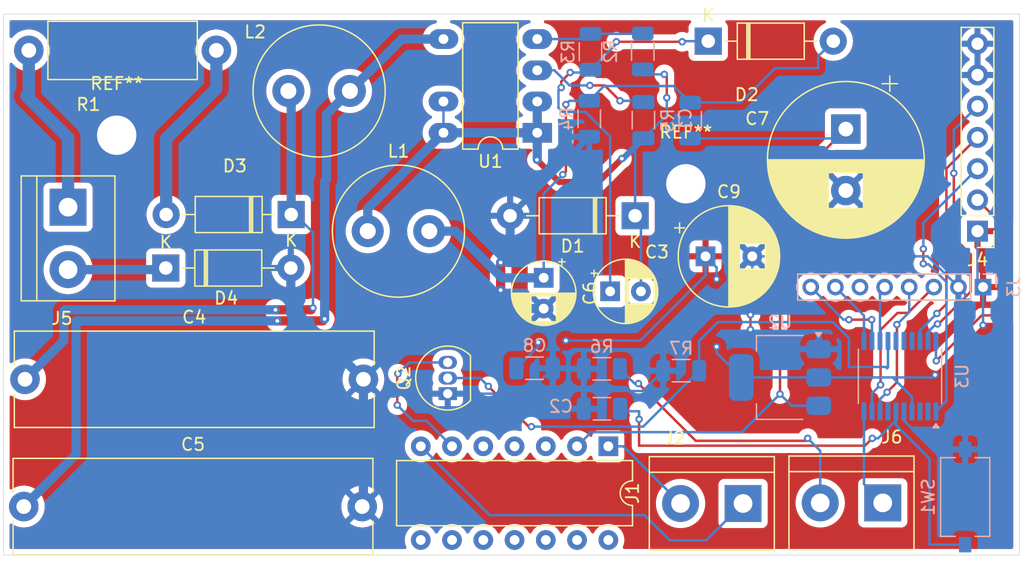
<source format=kicad_pcb>
(kicad_pcb (version 20221018) (generator pcbnew)
  (title_block (comment 4 "AISLER Project ID: CXRCDDNY"))
  (layers (0 "F.Cu" signal) (31 "B.Cu" signal) (34 "B.Paste" user) (35 "F.Paste" user) (36 "B.SilkS" user "B.Silkscreen") (37 "F.SilkS" user "F.Silkscreen") (38 "B.Mask" user) (39 "F.Mask" user) (44 "Edge.Cuts" user))
  (net 0 "")
  (net 1 "Net-(U1-BP)")
  (net 2 "Net-(D1-K)")
  (net 3 "Net-(U3-NRST)")
  (net 4 "GND")
  (net 5 "Net-(D2-K)")
  (net 6 "Net-(D3-K)")
  (net 7 "Net-(U1-D)")
  (net 8 "Net-(D2-A)")
  (net 9 "+5V")
  (net 10 "+3.3V")
  (net 11 "Net-(D3-A)")
  (net 12 "Net-(D4-K)")
  (net 13 "Net-(J1-Pin_1)")
  (net 19 "Net-(J1-Pin_6)")
  (net 22 "Net-(J1-Pin_7)")
  (net 26 "Net-(J3-Pin_3)")
  (net 27 "Net-(J3-Pin_4)")
  (net 28 "Net-(J3-Pin_5)")
  (net 30 "Net-(J3-Pin_7)")
  (net 31 "Net-(J3-Pin_8)")
  (net 32 "Net-(J4-Pin_2)")
  (net 33 "Net-(J4-Pin_3)")
  (net 34 "Net-(J4-Pin_4)")
  (net 35 "Net-(J4-Pin_5)")
  (net 36 "Net-(J5-Pin_1)")
  (net 37 "Net-(J6-Pin_1)")
  (net 38 "Net-(J6-Pin_2)")
  (net 39 "Net-(Q2-G)")
  (net 40 "Net-(U1-FB)")
  (footprint "MountingHole:MountingHole_3.2mm_M3" (layer "F.Cu") (at 30.45 35.05)
    (fp_text reference "REF**" (at 0 -4.2) (layer "F.SilkS"))
    (fp_text value "MountingHole_3.2mm_M3")
    (pad "" np_thru_hole circle (at 0 0) (size 3.2 3.2) (drill 3.2) (layers "*.Cu" "*.Mask"))
  )
  (footprint "Diode_THT:D_DO-41_SOD81_P10.16mm_Horizontal" (layer "F.Cu") (at 44.63 41.5 180)
    (fp_text reference "D3" (at 4.58 3.95) (layer "F.SilkS"))
    (fp_text value "1N4007")
    (fp_text user "K" (at 0 -2.1) (layer "F.SilkS"))
    (pad "1" thru_hole rect (at 0 0 180) (size 2.2 2.2) (drill 1.1) (layers "*.Cu" "*.Mask") (net 6 "Net-(D3-K)"))
    (pad "2" thru_hole oval (at 10.16 0 180) (size 2.2 2.2) (drill 1.1) (layers "*.Cu" "*.Mask") (net 11 "Net-(D3-A)"))
  )
  (footprint "TerminalBlock:TerminalBlock_bornier-2_P5.08mm" (layer "F.Cu") (at 81.35 65 180)
    (fp_text reference "J2" (at 5.55 5.3) (layer "F.SilkS"))
    (fp_text value "RELAY OUTPUT")
    (pad "1" thru_hole rect (at 0 0 180) (size 3 3) (drill 1.52) (layers "*.Cu" "*.Mask") (net 22 "Net-(J1-Pin_7)"))
    (pad "2" thru_hole circle (at 5.08 0 180) (size 3 3) (drill 1.52) (layers "*.Cu" "*.Mask") (net 13 "Net-(J1-Pin_1)"))
  )
  (footprint "Resistor_THT:R_Axial_DIN0414_L11.9mm_D4.5mm_P15.24mm_Horizontal" (layer "F.Cu") (at 23.31 28.15)
    (fp_text reference "R1" (at 4.84 4.4) (layer "F.SilkS"))
    (fp_text value "8.2R")
    (pad "1" thru_hole circle (at 0 0) (size 2.4 2.4) (drill 1.2) (layers "*.Cu" "*.Mask") (net 36 "Net-(J5-Pin_1)"))
    (pad "2" thru_hole oval (at 15.24 0) (size 2.4 2.4) (drill 1.2) (layers "*.Cu" "*.Mask") (net 11 "Net-(D3-A)"))
  )
  (footprint "TerminalBlock:TerminalBlock_bornier-2_P5.08mm" (layer "F.Cu") (at 26.5 40.9 -90)
    (fp_text reference "J5" (at 9.05 0.5 -180) (layer "F.SilkS"))
    (fp_text value "230AC")
    (pad "1" thru_hole rect (at 0 0 270) (size 3 3) (drill 1.52) (layers "*.Cu" "*.Mask") (net 36 "Net-(J5-Pin_1)"))
    (pad "2" thru_hole circle (at 5.08 0 270) (size 3 3) (drill 1.52) (layers "*.Cu" "*.Mask") (net 12 "Net-(D4-K)"))
  )
  (footprint "Capacitor_THT:C_Rect_L29.0mm_W7.6mm_P27.50mm_MKT" (layer "F.Cu") (at 23 54.9)
    (fp_text reference "C4" (at 13.75 -5.05) (layer "F.SilkS"))
    (fp_text value "4.7u")
    (pad "1" thru_hole circle (at 0 0) (size 2.4 2.4) (drill 1.2) (layers "*.Cu" "*.Mask") (net 6 "Net-(D3-K)"))
    (pad "2" thru_hole circle (at 27.5 0) (size 2.4 2.4) (drill 1.2) (layers "*.Cu" "*.Mask") (net 4 "GND"))
  )
  (footprint "Package_DIP:CERDIP-14_W7.62mm_SideBrazed" (layer "F.Cu") (at 70.4 60.35 -90)
    (fp_text reference "J1" (at 3.81 -1.965 90) (layer "F.SilkS"))
    (fp_text value "RELAY")
    (pad "1" thru_hole rect (at 0 0 270) (size 1.6 1.6) (drill 0.8) (layers "*.Cu" "*.Mask") (net 13 "Net-(J1-Pin_1)"))
    (pad "2" thru_hole circle (at 0 2.54 270) (size 1.6 1.6) (drill 0.8) (layers "*.Cu" "*.Mask") (net 9 "+5V"))
    (pad "3" thru_hole circle (at 0 5.08 270) (size 1.6 1.6) (drill 0.8) (layers "*.Cu" "*.Mask"))
    (pad "4" thru_hole circle (at 0 7.62 270) (size 1.6 1.6) (drill 0.8) (layers "*.Cu" "*.Mask"))
    (pad "5" thru_hole circle (at 0 10.16 270) (size 1.6 1.6) (drill 0.8) (layers "*.Cu" "*.Mask"))
    (pad "6" thru_hole circle (at 0 12.7 270) (size 1.6 1.6) (drill 0.8) (layers "*.Cu" "*.Mask") (net 19 "Net-(J1-Pin_6)"))
    (pad "7" thru_hole circle (at 0 15.24 270) (size 1.6 1.6) (drill 0.8) (layers "*.Cu" "*.Mask") (net 22 "Net-(J1-Pin_7)"))
    (pad "8" thru_hole circle (at 7.62 15.24 270) (size 1.6 1.6) (drill 0.8) (layers "*.Cu" "*.Mask"))
    (pad "9" thru_hole circle (at 7.62 12.7 270) (size 1.6 1.6) (drill 0.8) (layers "*.Cu" "*.Mask"))
    (pad "10" thru_hole circle (at 7.62 10.16 270) (size 1.6 1.6) (drill 0.8) (layers "*.Cu" "*.Mask"))
    (pad "11" thru_hole circle (at 7.62 7.62 270) (size 1.6 1.6) (drill 0.8) (layers "*.Cu" "*.Mask"))
    (pad "12" thru_hole circle (at 7.62 5.08 270) (size 1.6 1.6) (drill 0.8) (layers "*.Cu" "*.Mask"))
    (pad "13" thru_hole circle (at 7.62 2.54 270) (size 1.6 1.6) (drill 0.8) (layers "*.Cu" "*.Mask"))
    (pad "14" thru_hole circle (at 7.62 0 270) (size 1.6 1.6) (drill 0.8) (layers "*.Cu" "*.Mask"))
  )
  (footprint "Diode_THT:D_DO-41_SOD81_P10.16mm_Horizontal" (layer "F.Cu") (at 34.44 45.85)
    (fp_text reference "D4" (at 4.91 2.45) (layer "F.SilkS"))
    (fp_text value "1N4007")
    (fp_text user "K" (at 0 -2.1) (layer "F.SilkS"))
    (pad "1" thru_hole rect (at 0 0) (size 2.2 2.2) (drill 1.1) (layers "*.Cu" "*.Mask") (net 12 "Net-(D4-K)"))
    (pad "2" thru_hole oval (at 10.16 0) (size 2.2 2.2) (drill 1.1) (layers "*.Cu" "*.Mask") (net 4 "GND"))
  )
  (footprint "Capacitor_THT:CP_Radial_D12.5mm_P5.00mm" (layer "F.Cu") (at 89.7 34.55 -90)
    (fp_text reference "C7" (at -0.85 7.2 -180) (layer "F.SilkS"))
    (fp_text value "2200u 16V")
    (pad "1" thru_hole rect (at 0 0 270) (size 2.4 2.4) (drill 1.2) (layers "*.Cu" "*.Mask") (net 9 "+5V"))
    (pad "2" thru_hole circle (at 5 0 270) (size 2.4 2.4) (drill 1.2) (layers "*.Cu" "*.Mask") (net 4 "GND"))
  )
  (footprint "Capacitor_THT:CP_Radial_D8.0mm_P3.80mm" (layer "F.Cu") (at 78.3 44.9)
    (fp_text reference "C9" (at 1.9 -5.25) (layer "F.SilkS"))
    (fp_text value "470u 16V")
    (pad "1" thru_hole rect (at 0 0) (size 1.6 1.6) (drill 0.8) (layers "*.Cu" "*.Mask") (net 10 "+3.3V"))
    (pad "2" thru_hole circle (at 3.8 0) (size 1.6 1.6) (drill 0.8) (layers "*.Cu" "*.Mask") (net 4 "GND"))
  )
  (footprint "Diode_THT:D_DO-41_SOD81_P10.16mm_Horizontal" (layer "F.Cu") (at 72.58 41.6 180)
    (fp_text reference "D1" (at 5.08 -2.47) (layer "F.SilkS"))
    (fp_text value "UF4005")
    (fp_text user "K" (at 0 -2.1) (layer "F.SilkS"))
    (pad "1" thru_hole rect (at 0 0 180) (size 2.2 2.2) (drill 1.1) (layers "*.Cu" "*.Mask") (net 2 "Net-(D1-K)"))
    (pad "2" thru_hole oval (at 10.16 0 180) (size 2.2 2.2) (drill 1.1) (layers "*.Cu" "*.Mask") (net 4 "GND"))
  )
  (footprint "Inductor_THT:L_Radial_D10.5mm_P5.00mm_Abacron_AISR-01" (layer "F.Cu") (at 44.4 31.45)
    (fp_text reference "L2" (at -2.7 -4.8) (layer "F.SilkS"))
    (fp_text value "1mH")
    (pad "1" thru_hole circle (at 0 0) (size 2.6 2.6) (drill 1.3) (layers "*.Cu" "*.Mask") (net 6 "Net-(D3-K)"))
    (pad "2" thru_hole circle (at 5 0) (size 2.6 2.6) (drill 1.3) (layers "*.Cu" "*.Mask") (net 7 "Net-(U1-D)"))
  )
  (footprint "Package_TO_SOT_THT:TO-92_Inline" (layer "F.Cu") (at 57.35 56.07 90)
    (fp_text reference "Q2" (at 1.27 -3.56 90) (layer "F.SilkS"))
    (fp_text value "2N7000" hide)
    (pad "1" thru_hole rect (at 0 0 90) (size 1.05 1.5) (drill 0.75) (layers "*.Cu" "*.Mask") (net 4 "GND"))
    (pad "2" thru_hole oval (at 1.27 0 90) (size 1.05 1.5) (drill 0.75) (layers "*.Cu" "*.Mask") (net 39 "Net-(Q2-G)"))
    (pad "3" thru_hole oval (at 2.54 0 90) (size 1.05 1.5) (drill 0.75) (layers "*.Cu" "*.Mask") (net 19 "Net-(J1-Pin_6)"))
  )
  (footprint "Connector_PinHeader_2.54mm:PinHeader_1x07_P2.54mm_Vertical" (layer "F.Cu") (at 100.4 42.85 180)
    (fp_text reference "J4" (at 0 -2.33) (layer "F.SilkS"))
    (fp_text value "DEBUG INTERFACE")
    (pad "1" thru_hole rect (at 0 0 180) (size 1.7 1.7) (drill 1) (layers "*.Cu" "*.Mask") (net 10 "+3.3V"))
    (pad "2" thru_hole oval (at 0 2.54 180) (size 1.7 1.7) (drill 1) (layers "*.Cu" "*.Mask") (net 32 "Net-(J4-Pin_2)"))
    (pad "3" thru_hole oval (at 0 5.08 180) (size 1.7 1.7) (drill 1) (layers "*.Cu" "*.Mask") (net 33 "Net-(J4-Pin_3)"))
    (pad "4" thru_hole oval (at 0 7.62 180) (size 1.7 1.7) (drill 1) (layers "*.Cu" "*.Mask") (net 34 "Net-(J4-Pin_4)"))
    (pad "5" thru_hole oval (at 0 10.16 180) (size 1.7 1.7) (drill 1) (layers "*.Cu" "*.Mask") (net 35 "Net-(J4-Pin_5)"))
    (pad "6" thru_hole oval (at 0 12.7 180) (size 1.7 1.7) (drill 1) (layers "*.Cu" "*.Mask") (net 4 "GND"))
    (pad "7" thru_hole oval (at 0 15.24 180) (size 1.7 1.7) (drill 1) (layers "*.Cu" "*.Mask") (net 4 "GND"))
  )
  (footprint "TerminalBlock:TerminalBlock_bornier-2_P5.08mm" (layer "F.Cu") (at 92.7 64.95 180)
    (fp_text reference "J6" (at -0.75 5.35) (layer "F.SilkS"))
    (fp_text value "LED")
    (pad "1" thru_hole rect (at 0 0 180) (size 3 3) (drill 1.52) (layers "*.Cu" "*.Mask") (net 37 "Net-(J6-Pin_1)"))
    (pad "2" thru_hole circle (at 5.08 0 180) (size 3 3) (drill 1.52) (layers "*.Cu" "*.Mask") (net 38 "Net-(J6-Pin_2)"))
  )
  (footprint "Capacitor_THT:CP_Radial_D5.0mm_P2.50mm" (layer "F.Cu") (at 70.55 47.75)
    (fp_text reference "C3" (at 3.8 -3.2) (layer "F.SilkS"))
    (fp_text value "10u")
    (pad "1" thru_hole rect (at 0 0) (size 1.6 1.6) (drill 0.8) (layers "*.Cu" "*.Mask") (net 5 "Net-(D2-K)"))
    (pad "2" thru_hole circle (at 2.5 0) (size 1.6 1.6) (drill 0.8) (layers "*.Cu" "*.Mask") (net 2 "Net-(D1-K)"))
  )
  (footprint "Capacitor_THT:C_Rect_L29.0mm_W7.6mm_P27.50mm_MKT" (layer "F.Cu") (at 22.9 65.25)
    (fp_text reference "C5" (at 13.75 -5.05) (layer "F.SilkS"))
    (fp_text value "4.7u")
    (pad "1" thru_hole circle (at 0 0) (size 2.4 2.4) (drill 1.2) (layers "*.Cu" "*.Mask") (net 7 "Net-(U1-D)"))
    (pad "2" thru_hole circle (at 27.5 0) (size 2.4 2.4) (drill 1.2) (layers "*.Cu" "*.Mask") (net 4 "GND"))
  )
  (footprint "MountingHole:MountingHole_3.2mm_M3" (layer "F.Cu") (at 76.7 39)
    (fp_text reference "REF**" (at 0 -4.2) (layer "F.SilkS"))
    (fp_text value "MountingHole_3.2mm_M3")
    (pad "" np_thru_hole circle (at 0 0) (size 3.2 3.2) (drill 3.2) (layers "*.Cu" "*.Mask"))
  )
  (footprint "Inductor_THT:L_Radial_D10.5mm_P5.00mm_Abacron_AISR-01" (layer "F.Cu") (at 50.85 42.85)
    (fp_text reference "L1" (at 2.5 -6.5) (layer "F.SilkS"))
    (fp_text value "1mH 208mA")
    (pad "1" thru_hole circle (at 0 0) (size 2.6 2.6) (drill 1.3) (layers "*.Cu" "*.Mask") (net 2 "Net-(D1-K)"))
    (pad "2" thru_hole circle (at 5 0) (size 2.6 2.6) (drill 1.3) (layers "*.Cu" "*.Mask") (net 8 "Net-(D2-A)"))
  )
  (footprint "Capacitor_THT:CP_Radial_D5.0mm_P2.50mm" (layer "F.Cu") (at 65.15 46.65 -90)
    (fp_text reference "C6" (at 1.25 -3.75 90) (layer "F.SilkS"))
    (fp_text value "100u 16V")
    (pad "1" thru_hole rect (at 0 0 270) (size 1.6 1.6) (drill 0.8) (layers "*.Cu" "*.Mask") (net 8 "Net-(D2-A)"))
    (pad "2" thru_hole circle (at 2.5 0 270) (size 1.6 1.6) (drill 0.8) (layers "*.Cu" "*.Mask") (net 4 "GND"))
  )
  (footprint "Package_DIP:PowerIntegrations_PDIP-8B" (layer "F.Cu") (at 64.625 34.85 180)
    (fp_text reference "U1" (at 3.81 -2.33) (layer "F.SilkS"))
    (fp_text value "LNK304P")
    (pad "1" thru_hole rect (at 0 0 180) (size 2.4 1.6) (drill 0.8) (layers "*.Cu" "*.Mask") (net 2 "Net-(D1-K)"))
    (pad "2" thru_hole oval (at 0 2.54 180) (size 2.4 1.6) (drill 0.8) (layers "*.Cu" "*.Mask") (net 2 "Net-(D1-K)"))
    (pad "3" thru_hole oval (at 0 5.08 180) (size 2.4 1.6) (drill 0.8) (layers "*.Cu" "*.Mask") (net 1 "Net-(U1-BP)"))
    (pad "4" thru_hole oval (at 0 7.62 180) (size 2.4 1.6) (drill 0.8) (layers "*.Cu" "*.Mask") (net 40 "Net-(U1-FB)"))
    (pad "5" thru_hole oval (at 7.62 7.62 180) (size 2.4 1.6) (drill 0.8) (layers "*.Cu" "*.Mask") (net 7 "Net-(U1-D)"))
    (pad "7" thru_hole oval (at 7.62 2.54 180) (size 2.4 1.6) (drill 0.8) (layers "*.Cu" "*.Mask") (net 2 "Net-(D1-K)"))
    (pad "8" thru_hole oval (at 7.62 0 180) (size 2.4 1.6) (drill 0.8) (layers "*.Cu" "*.Mask") (net 2 "Net-(D1-K)"))
  )
  (footprint "Diode_THT:D_DO-41_SOD81_P10.16mm_Horizontal" (layer "F.Cu") (at 78.52 27.4)
    (fp_text reference "D2" (at 3.13 4.35) (layer "F.SilkS"))
    (fp_text value "1N4005GP")
    (fp_text user "K" (at 0 -2.1) (layer "F.SilkS"))
    (pad "1" thru_hole rect (at 0 0) (size 2.2 2.2) (drill 1.1) (layers "*.Cu" "*.Mask") (net 5 "Net-(D2-K)"))
    (pad "2" thru_hole oval (at 10.16 0) (size 2.2 2.2) (drill 1.1) (layers "*.Cu" "*.Mask") (net 8 "Net-(D2-A)"))
  )
  (footprint "Resistor_SMD:R_1206_3216Metric" (layer "B.Cu") (at 69.87 54.05 180)
    (fp_text reference "R6" (at 0 1.82) (layer "B.SilkS") (effects (justify mirror)))
    (fp_text value "10R")
    (pad "1" smd roundrect (at -1.4625 0 180) (size 1.125 1.75) (layers "B.Cu" "B.Paste" "B.Mask") (roundrect_rratio 0.2222222222) (net 38 "Net-(J6-Pin_2)"))
    (pad "2" smd roundrect (at 1.4625 0 180) (size 1.125 1.75) (layers "B.Cu" "B.Paste" "B.Mask") (roundrect_rratio 0.2222222222) (net 4 "GND"))
  )
  (footprint "Package_TO_SOT_SMD:SOT-223-3_TabPin2" (layer "B.Cu") (at 84.35 54.75 180)
    (fp_text reference "U2" (at 0 4.5) (layer "B.SilkS") (effects (justify mirror)))
    (fp_text value "AMS1117-3.3")
    (pad "1" smd roundrect (at -3.15 2.3 180) (size 2 1.5) (layers "B.Cu" "B.Paste" "B.Mask") (net 4 "GND"))
    (pad "2" smd roundrect (at -3.15 0 180) (size 2 1.5) (layers "B.Cu" "B.Paste" "B.Mask") (net 10 "+3.3V"))
    (pad "2" smd roundrect (at 3.15 0 180) (size 2 3.8) (layers "B.Cu" "B.Paste" "B.Mask") (net 10 "+3.3V"))
    (pad "3" smd roundrect (at -3.15 -2.3 180) (size 2 1.5) (layers "B.Cu" "B.Paste" "B.Mask") (net 9 "+5V"))
  )
  (footprint "Capacitor_SMD:C_1206_3216Metric" (layer "B.Cu") (at 73.25 33.825 -90)
    (fp_text reference "C1" (at -0.025 -3.4 90) (layer "B.SilkS") (effects (justify mirror)))
    (fp_text value "100n")
    (pad "1" smd roundrect (at -1.475 0 270) (size 1.15 1.8) (layers "B.Cu" "B.Paste" "B.Mask") (roundrect_rratio 0.2173913043) (net 1 "Net-(U1-BP)"))
    (pad "2" smd roundrect (at 1.475 0 270) (size 1.15 1.8) (layers "B.Cu" "B.Paste" "B.Mask") (roundrect_rratio 0.2173913043) (net 2 "Net-(D1-K)"))
  )
  (footprint "Resistor_SMD:R_1206_3216Metric" (layer "B.Cu") (at 73.2 28.2375 -90)
    (fp_text reference "R2" (at 0 2.62 90) (layer "B.SilkS") (effects (justify mirror)))
    (fp_text value "R")
    (pad "1" smd roundrect (at -1.4625 0 270) (size 1.125 1.75) (layers "B.Cu" "B.Paste" "B.Mask") (roundrect_rratio 0.2222222222) (net 40 "Net-(U1-FB)"))
    (pad "2" smd roundrect (at 1.4625 0 270) (size 1.125 1.75) (layers "B.Cu" "B.Paste" "B.Mask") (roundrect_rratio 0.2222222222) (net 2 "Net-(D1-K)"))
  )
  (footprint "Package_SO:TSSOP-20_4.4x6.5mm_P0.65mm" (layer "B.Cu") (at 94.1 54.65 90)
    (fp_text reference "U3" (at 0 5.05 90) (layer "B.SilkS") (effects (justify mirror)))
    (fp_text value "STM32G030F6Px")
    (pad "1" smd roundrect (at -2.8625 2.925 90) (size 1.475 0.4) (layers "B.Cu" "B.Paste" "B.Mask") (net 33 "Net-(J4-Pin_3)"))
    (pad "2" smd roundrect (at -2.8625 2.275 90) (size 1.475 0.4) (layers "B.Cu" "B.Paste" "B.Mask"))
    (pad "3" smd roundrect (at -2.8625 1.625 90) (size 1.475 0.4) (layers "B.Cu" "B.Paste" "B.Mask"))
    (pad "4" smd roundrect (at -2.8625 0.975 90) (size 1.475 0.4) (layers "B.Cu" "B.Paste" "B.Mask") (net 10 "+3.3V"))
    (pad "5" smd roundrect (at -2.8625 0.325 90) (size 1.475 0.4) (layers "B.Cu" "B.Paste" "B.Mask") (net 4 "GND"))
    (pad "6" smd roundrect (at -2.8625 -0.325 90) (size 1.475 0.4) (layers "B.Cu" "B.Paste" "B.Mask") (net 3 "Net-(U3-NRST)"))
    (pad "7" smd roundrect (at -2.8625 -0.975 90) (size 1.475 0.4) (layers "B.Cu" "B.Paste" "B.Mask"))
    (pad "8" smd roundrect (at -2.8625 -1.625 90) (size 1.475 0.4) (layers "B.Cu" "B.Paste" "B.Mask") (net 27 "Net-(J3-Pin_4)"))
    (pad "9" smd roundrect (at -2.8625 -2.275 90) (size 1.475 0.4) (layers "B.Cu" "B.Paste" "B.Mask") (net 26 "Net-(J3-Pin_3)"))
    (pad "10" smd roundrect (at -2.8625 -2.925 90) (size 1.475 0.4) (layers "B.Cu" "B.Paste" "B.Mask") (net 37 "Net-(J6-Pin_1)"))
    (pad "11" smd roundrect (at 2.8625 -2.925 90) (size 1.475 0.4) (layers "B.Cu" "B.Paste" "B.Mask") (net 30 "Net-(J3-Pin_7)"))
    (pad "12" smd roundrect (at 2.8625 -2.275 90) (size 1.475 0.4) (layers "B.Cu" "B.Paste" "B.Mask") (net 31 "Net-(J3-Pin_8)"))
    (pad "13" smd roundrect (at 2.8625 -1.625 90) (size 1.475 0.4) (layers "B.Cu" "B.Paste" "B.Mask") (net 28 "Net-(J3-Pin_5)"))
    (pad "14" smd roundrect (at 2.8625 -0.975 90) (size 1.475 0.4) (layers "B.Cu" "B.Paste" "B.Mask") (net 39 "Net-(Q2-G)"))
    (pad "15" smd roundrect (at 2.8625 -0.325 90) (size 1.475 0.4) (layers "B.Cu" "B.Paste" "B.Mask"))
    (pad "16" smd roundrect (at 2.8625 0.325 90) (size 1.475 0.4) (layers "B.Cu" "B.Paste" "B.Mask"))
    (pad "17" smd roundrect (at 2.8625 0.975 90) (size 1.475 0.4) (layers "B.Cu" "B.Paste" "B.Mask"))
    (pad "18" smd roundrect (at 2.8625 1.625 90) (size 1.475 0.4) (layers "B.Cu" "B.Paste" "B.Mask") (net 34 "Net-(J4-Pin_4)"))
    (pad "19" smd roundrect (at 2.8625 2.275 90) (size 1.475 0.4) (layers "B.Cu" "B.Paste" "B.Mask") (net 35 "Net-(J4-Pin_5)"))
    (pad "20" smd roundrect (at 2.8625 2.925 90) (size 1.475 0.4) (layers "B.Cu" "B.Paste" "B.Mask") (net 32 "Net-(J4-Pin_2)"))
  )
  (footprint "Button_Switch_SMD:SW_Tactile_SPST_NO_Straight_CK_PTS636Sx25SMTRLFS" (layer "B.Cu") (at 99.4 64.475 -90)
    (fp_text reference "SW1" (at 0 3 90 unlocked) (layer "B.SilkS") (effects (justify mirror)))
    (fp_text value "SW_Push")
    (pad "1" smd rect (at -3.875 0 270) (size 1.25 1) (layers "B.Cu" "B.Paste" "B.Mask") (net 4 "GND"))
    (pad "2" smd rect (at 3.875 0 270) (size 1.25 1) (layers "B.Cu" "B.Paste" "B.Mask") (net 3 "Net-(U3-NRST)"))
  )
  (footprint "Capacitor_SMD:C_1206_3216Metric" (layer "B.Cu") (at 69.8825 57.3 180)
    (fp_text reference "C2" (at 3.3325 0.2) (layer "B.SilkS") (effects (justify mirror)))
    (fp_text value "100n")
    (pad "1" smd roundrect (at -1.475 0 180) (size 1.15 1.8) (layers "B.Cu" "B.Paste" "B.Mask") (roundrect_rratio 0.2173913043) (net 3 "Net-(U3-NRST)"))
    (pad "2" smd roundrect (at 1.475 0 180) (size 1.15 1.8) (layers "B.Cu" "B.Paste" "B.Mask") (roundrect_rratio 0.2173913043) (net 4 "GND"))
  )
  (footprint "Resistor_SMD:R_1206_3216Metric" (layer "B.Cu") (at 77.05 33.85 -90)
    (fp_text reference "R5" (at 0 1.82 90) (layer "B.SilkS") (effects (justify mirror)))
    (fp_text value "10R")
    (pad "1" smd roundrect (at -1.4625 0 270) (size 1.125 1.75) (layers "B.Cu" "B.Paste" "B.Mask") (roundrect_rratio 0.2222222222) (net 8 "Net-(D2-A)"))
    (pad "2" smd roundrect (at 1.4625 0 270) (size 1.125 1.75) (layers "B.Cu" "B.Paste" "B.Mask") (roundrect_rratio 0.2222222222) (net 9 "+5V"))
  )
  (footprint "Resistor_SMD:R_1206_3216Metric" (layer "B.Cu") (at 76.32 54.2 180)
    (fp_text reference "R7" (at 0 1.82) (layer "B.SilkS") (effects (justify mirror)))
    (fp_text value "100K")
    (pad "1" smd roundrect (at -1.4625 0 180) (size 1.125 1.75) (layers "B.Cu" "B.Paste" "B.Mask") (roundrect_rratio 0.2222222222) (net 39 "Net-(Q2-G)"))
    (pad "2" smd roundrect (at 1.4625 0 180) (size 1.125 1.75) (layers "B.Cu" "B.Paste" "B.Mask") (roundrect_rratio 0.2222222222) (net 4 "GND"))
  )
  (footprint "Resistor_SMD:R_1206_3216Metric" (layer "B.Cu") (at 68.85 33.7125 -90)
    (fp_text reference "R4" (at 0 1.82 90) (layer "B.SilkS") (effects (justify mirror)))
    (fp_text value "3K3")
    (pad "1" smd roundrect (at -1.4625 0 270) (size 1.125 1.75) (layers "B.Cu" "B.Paste" "B.Mask") (roundrect_rratio 0.2222222222) (net 8 "Net-(D2-A)"))
    (pad "2" smd roundrect (at 1.4625 0 270) (size 1.125 1.75) (layers "B.Cu" "B.Paste" "B.Mask") (roundrect_rratio 0.2222222222) (net 4 "GND"))
  )
  (footprint "Capacitor_SMD:C_1206_3216Metric" (layer "B.Cu") (at 64.4075 54 180)
    (fp_text reference "C8" (at 0 1.85) (layer "B.SilkS") (effects (justify mirror)))
    (fp_text value "100n")
    (pad "1" smd roundrect (at -1.475 0 180) (size 1.15 1.8) (layers "B.Cu" "B.Paste" "B.Mask") (roundrect_rratio 0.2173913043) (net 4 "GND"))
    (pad "2" smd roundrect (at 1.475 0 180) (size 1.15 1.8) (layers "B.Cu" "B.Paste" "B.Mask") (roundrect_rratio 0.2173913043) (net 10 "+3.3V"))
  )
  (footprint "Resistor_SMD:R_1206_3216Metric" (layer "B.Cu") (at 68.95 28.2625 -90)
    (fp_text reference "R3" (at 0 1.82 90) (layer "B.SilkS") (effects (justify mirror)))
    (fp_text value "R")
    (pad "1" smd roundrect (at -1.4625 0 270) (size 1.125 1.75) (layers "B.Cu" "B.Paste" "B.Mask") (roundrect_rratio 0.2222222222) (net 40 "Net-(U1-FB)"))
    (pad "2" smd roundrect (at 1.4625 0 270) (size 1.125 1.75) (layers "B.Cu" "B.Paste" "B.Mask") (roundrect_rratio 0.2222222222) (net 5 "Net-(D2-K)"))
  )
  (footprint "Connector_PinSocket_2.00mm:PinSocket_1x08_P2.00mm_Vertical" (layer "B.Cu") (at 100.85 47.4 90)
    (fp_text reference "J3" (at 0 2.5 90) (layer "B.SilkS") (effects (justify mirror)))
    (fp_text value "CC1101")
    (pad "1" thru_hole rect (at 0 0 90) (size 1.35 1.35) (drill 0.8) (layers "*.Cu" "*.Mask") (net 10 "+3.3V"))
    (pad "2" thru_hole oval (at 0 -2 90) (size 1.35 1.35) (drill 0.8) (layers "*.Cu" "*.Mask") (net 4 "GND"))
    (pad "3" thru_hole oval (at 0 -4 90) (size 1.35 1.35) (drill 0.8) (layers "*.Cu" "*.Mask") (net 26 "Net-(J3-Pin_3)"))
    (pad "4" thru_hole oval (at 0 -6 90) (size 1.35 1.35) (drill 0.8) (layers "*.Cu" "*.Mask") (net 27 "Net-(J3-Pin_4)"))
    (pad "5" thru_hole oval (at 0 -8 90) (size 1.35 1.35) (drill 0.8) (layers "*.Cu" "*.Mask") (net 28 "Net-(J3-Pin_5)"))
    (pad "6" thru_hole oval (at 0 -10 90) (size 1.35 1.35) (drill 0.8) (layers "*.Cu" "*.Mask"))
    (pad "7" thru_hole oval (at 0 -12 90) (size 1.35 1.35) (drill 0.8) (layers "*.Cu" "*.Mask") (net 30 "Net-(J3-Pin_7)"))
    (pad "8" thru_hole oval (at 0 -14 90) (size 1.35 1.35) (drill 0.8) (layers "*.Cu" "*.Mask") (net 31 "Net-(J3-Pin_8)"))
  )
  (gr_rect (start 21.25 25.2) (end 103.8 69.2) (stroke (width 0.05)) (fill none) (layer "Edge.Cuts"))
  (segment (start 68.9 31) (end 70.1 31) (width 0.2) (layer "F.Cu") (net 1))
  (segment (start 70.1 31) (end 71.35 32.25) (width 0.2) (layer "F.Cu") (net 1))
  (via (at 71.35 32.25) (size 0.6) (drill 0.3) (layers "F.Cu" "B.Cu") (net 1))
  (via (at 68.9 31) (size 0.6) (drill 0.3) (layers "F.Cu" "B.Cu") (net 1))
  (segment (start 64.625 29.77) (end 66.02 29.77) (width 0.2) (layer "B.Cu") (net 1))
  (segment (start 66.02 29.77) (end 67.25 31) (width 0.2) (layer "B.Cu") (net 1))
  (segment (start 73.15 32.25) (end 73.25 32.35) (width 0.2) (layer "B.Cu") (net 1))
  (segment (start 71.35 32.25) (end 73.15 32.25) (width 0.2) (layer "B.Cu") (net 1))
  (segment (start 67.25 31) (end 68.9 31) (width 0.2) (layer "B.Cu") (net 1))
  (segment (start 75.15 32) (end 75.15 30.3) (width 0.2) (layer "F.Cu") (net 2))
  (segment (start 69.6 38.85) (end 71.5 36.95) (width 0.5) (layer "F.Cu") (net 2))
  (segment (start 64.6 37.05) (end 66.4 38.85) (width 0.5) (layer "F.Cu") (net 2))
  (segment (start 75.15 30.3) (end 74.95 30.1) (width 0.2) (layer "F.Cu") (net 2))
  (segment (start 66.4 38.85) (end 69.6 38.85) (width 0.5) (layer "F.Cu") (net 2))
  (via (at 74.95 30.1) (size 0.6) (drill 0.3) (layers "F.Cu" "B.Cu") (net 2))
  (via (at 64.6 37.05) (size 0.6) (drill 0.3) (layers "F.Cu" "B.Cu") (net 2))
  (via (at 75.15 32) (size 0.6) (drill 0.3) (layers "F.Cu" "B.Cu") (net 2))
  (via (at 71.5 36.95) (size 0.6) (drill 0.3) (layers "F.Cu" "B.Cu") (net 2))
  (segment (start 71.6 36.95) (end 73.25 35.3) (width 0.5) (layer "B.Cu") (net 2))
  (segment (start 64.625 34.85) (end 64.625 37.025) (width 0.75) (layer "B.Cu") (net 2))
  (segment (start 50.85 42.85) (end 50.85 41.005) (width 0.75) (layer "B.Cu") (net 2))
  (segment (start 71.5 36.95) (end 71.6 36.95) (width 0.2) (layer "B.Cu") (net 2))
  (segment (start 73.05 42.07) (end 72.58 41.6) (width 0.2) (layer "B.Cu") (net 2))
  (segment (start 72.58 35.97) (end 73.25 35.3) (width 0.2) (layer "B.Cu") (net 2))
  (segment (start 74.95 30.1) (end 73.6 30.1) (width 0.2) (layer "B.Cu") (net 2))
  (segment (start 64.625 37.025) (end 64.6 37.05) (width 0.2) (layer "B.Cu") (net 2))
  (segment (start 73.25 35.3) (end 75.15 33.4) (width 0.2) (layer "B.Cu") (net 2))
  (segment (start 57.005 34.85) (end 64.625 34.85) (width 0.75) (layer "B.Cu") (net 2))
  (segment (start 72.58 41.6) (end 72.58 35.97) (width 0.2) (layer "B.Cu") (net 2))
  (segment (start 73.05 47.75) (end 73.05 42.07) (width 0.2) (layer "B.Cu") (net 2))
  (segment (start 73.6 30.1) (end 73.2 29.7) (width 0.2) (layer "B.Cu") (net 2))
  (segment (start 57.005 32.31) (end 57.005 34.85) (width 0.2) (layer "B.Cu") (net 2))
  (segment (start 64.625 34.85) (end 64.625 32.31) (width 0.75) (layer "B.Cu") (net 2))
  (segment (start 50.85 41.005) (end 57.005 34.85) (width 0.75) (layer "B.Cu") (net 2))
  (segment (start 75.15 33.4) (end 75.15 32) (width 0.2) (layer "B.Cu") (net 2))
  (segment (start 91.85 59.7) (end 91.25 60.3) (width 0.2) (layer "F.Cu") (net 3))
  (segment (start 91.25 60.3) (end 72.9 60.3) (width 0.2) (layer "F.Cu") (net 3))
  (segment (start 72.9 60.3) (end 72.9 58.15) (width 0.2) (layer "F.Cu") (net 3))
  (via (at 72.9 58.15) (size 0.6) (drill 0.3) (layers "F.Cu" "B.Cu") (net 3))
  (via (at 91.85 59.7) (size 0.6) (drill 0.3) (layers "F.Cu" "B.Cu") (net 3))
  (segment (start 93.775 58.249999) (end 92.324999 59.7) (width 0.2) (layer "B.Cu") (net 3))
  (segment (start 96.5 68.3) (end 96.55 68.35) (width 0.2) (layer "B.Cu") (net 3))
  (segment (start 93.775 57.5125) (end 93.775 58.625) (width 0.2) (layer "B.Cu") (net 3))
  (segment (start 72.9 57.5) (end 71.5575 57.5) (width 0.2) (layer "B.Cu") (net 3))
  (segment (start 93.775 58.625) (end 96.5 61.35) (width 0.2) (layer "B.Cu") (net 3))
  (segment (start 96.55 68.35) (end 99.4 68.35) (width 0.2) (layer "B.Cu") (net 3))
  (segment (start 96.5 61.35) (end 96.5 68.3) (width 0.2) (layer "B.Cu") (net 3))
  (segment (start 93.775 57.5125) (end 93.775 58.249999) (width 0.2) (layer "B.Cu") (net 3))
  (segment (start 71.5575 57.5) (end 71.3575 57.3) (width 0.2) (layer "B.Cu") (net 3))
  (segment (start 72.9 58.15) (end 72.9 57.5) (width 0.2) (layer "B.Cu") (net 3))
  (segment (start 92.324999 59.7) (end 91.85 59.7) (width 0.2) (layer "B.Cu") (net 3))
  (segment (start 61.65 47.65) (end 61.65 45.4) (width 0.75) (layer "F.Cu") (net 4))
  (segment (start 81.95 50.85) (end 81.95 49.65) (width 0.2) (layer "F.Cu") (net 4))
  (via (at 81.95 50.85) (size 0.6) (drill 0.3) (layers "F.Cu" "B.Cu") (net 4))
  (via (at 61.65 45.4) (size 0.6) (drill 0.3) (layers "F.Cu" "B.Cu") (net 4))
  (via (at 81.95 49.65) (size 0.6) (drill 0.3) (layers "F.Cu" "B.Cu") (net 4))
  (via (at 61.65 47.65) (size 0.6) (drill 0.3) (layers "F.Cu" "B.Cu") (net 4))
  (segment (start 96.35 44.9) (end 98.85 47.4) (width 0.2) (layer "B.Cu") (net 4))
  (segment (start 68.4075 55.85) (end 68.4075 57.3) (width 0.2) (layer "B.Cu") (net 4))
  (segment (start 82.1 44.9) (end 84.35 44.9) (width 0.2) (layer "B.Cu") (net 4))
  (segment (start 63.8125 56.07) (end 65.8825 54) (width 0.2) (layer "B.Cu") (net 4))
  (segment (start 53.3 56.3) (end 53.53 56.07) (width 0.2) (layer "B.Cu") (net 4))
  (segment (start 44.6 49) (end 50.5 54.9) (width 0.75) (layer "B.Cu") (net 4))
  (segment (start 68.3575 54) (end 68.4075 54.05) (width 0.2) (layer "B.Cu") (net 4))
  (segment (start 97.9 31.35) (end 97.9 30.45) (width 0.2) (layer "B.Cu") (net 4))
  (segment (start 68.4075 54.05) (end 68.4075 55.85) (width 0.2) (layer "B.Cu") (net 4))
  (segment (start 65.8825 54) (end 68.3575 54) (width 0.2) (layer "B.Cu") (net 4))
  (segment (start 99.4 47.95) (end 98.85 47.4) (width 0.2) (layer "B.Cu") (net 4))
  (segment (start 83.55 52.45) (end 81.95 50.85) (width 0.2) (layer "B.Cu") (net 4))
  (segment (start 65.15 49.15) (end 63.15 49.15) (width 0.75) (layer "B.Cu") (net 4))
  (segment (start 74.8575 54.2) (end 74.8575 52.1425) (width 0.2) (layer "B.Cu") (net 4))
  (segment (start 98.2 30.15) (end 100.4 30.15) (width 0.2) (layer "B.Cu") (net 4))
  (segment (start 57.35 56.07) (end 63.8125 56.07) (width 0.2) (layer "B.Cu") (net 4))
  (segment (start 84.35 44.9) (end 89.7 39.55) (width 0.2) (layer "B.Cu") (net 4))
  (segment (start 81.95 49.65) (end 82.1 49.5) (width 0.2) (layer "B.Cu") (net 4))
  (segment (start 99.4 60.6) (end 99.4 47.95) (width 0.2) (layer "B.Cu") (net 4))
  (segment (start 94.425 57.5125) (end 94.425 58.249999) (width 0.2) (layer "B.Cu") (net 4))
  (segment (start 62.42 41.6) (end 68.845 35.175) (width 0.5) (layer "B.Cu") (net 4))
  (segment (start 94.425 58.249999) (end 96.775001 60.6) (width 0.2) (layer "B.Cu") (net 4))
  (segment (start 65.8825 49.8825) (end 65.15 49.15) (width 0.2) (layer "B.Cu") (net 4))
  (segment (start 68.4075 55.85) (end 73.2075 55.85) (width 0.2) (layer "B.Cu") (net 4))
  (segment (start 87.5 52.45) (end 83.55 52.45) (width 0.2) (layer "B.Cu") (net 4))
  (segment (start 44.6 45.85) (end 44.6 49) (width 0.75) (layer "B.Cu") (net 4))
  (segment (start 97.9 30.45) (end 98.2 30.15) (width 0.2) (layer "B.Cu") (net 4))
  (segment (start 84.35 44.9) (end 96.35 44.9) (width 0.2) (layer "B.Cu") (net 4))
  (segment (start 62.42 44.63) (end 62.42 41.6) (width 0.75) (layer "B.Cu") (net 4))
  (segment (start 51.9 56.3) (end 53.3 56.3) (width 0.2) (layer "B.Cu") (net 4))
  (segment (start 74.8575 52.1425) (end 82.1 44.9) (width 0.2) (layer "B.Cu") (net 4))
  (segment (start 61.65 45.4) (end 62.42 44.63) (width 0.75) (layer "B.Cu") (net 4))
  (segment (start 100.4 30.15) (end 100.4 27.61) (width 0.2) (layer "B.Cu") (net 4))
  (segment (start 82.1 49.5) (end 82.1 44.9) (width 0.2) (layer "B.Cu") (net 4))
  (segment (start 96.775001 60.6) (end 99.4 60.6) (width 0.2) (layer "B.Cu") (net 4))
  (segment (start 50.5 54.9) (end 50.5 65.15) (width 0.75) (layer "B.Cu") (net 4))
  (segment (start 65.8825 54) (end 65.8825 49.8825) (width 0.2) (layer "B.Cu") (net 4))
  (segment (start 89.7 39.55) (end 97.9 31.35) (width 0.2) (layer "B.Cu") (net 4))
  (segment (start 50.5 65.15) (end 50.4 65.25) (width 0.2) (layer "B.Cu") (net 4))
  (segment (start 73.2075 55.85) (end 74.8575 54.2) (width 0.2) (layer "B.Cu") (net 4))
  (segment (start 68.845 35.175) (end 68.85 35.175) (width 0.2) (layer "B.Cu") (net 4))
  (segment (start 63.15 49.15) (end 61.65 47.65) (width 0.75) (layer "B.Cu") (net 4))
  (segment (start 53.53 56.07) (end 57.35 56.07) (width 0.2) (layer "B.Cu") (net 4))
  (segment (start 50.5 54.9) (end 51.9 56.3) (width 0.2) (layer "B.Cu") (net 4))
  (segment (start 66.575735 30.674265) (end 67.3 29.95) (width 0.2) (layer "F.Cu") (net 5))
  (segment (start 71.05 27.45) (end 76.4 27.45) (width 0.2) (layer "F.Cu") (net 5))
  (segment (start 66.575735 31.174265) (end 66.575735 30.674265) (width 0.2) (layer "F.Cu") (net 5))
  (via (at 76.4 27.45) (size 0.6) (drill 0.3) (layers "F.Cu" "B.Cu") (net 5))
  (via (at 66.575735 31.174265) (size 0.6) (drill 0.3) (layers "F.Cu" "B.Cu") (net 5))
  (via (at 71.05 27.45) (size 0.6) (drill 0.3) (layers "F.Cu" "B.Cu") (net 5))
  (via (at 67.3 29.95) (size 0.6) (drill 0.3) (layers "F.Cu" "B.Cu") (net 5))
  (segment (start 76.4 27.45) (end 76.45 27.4) (width 0.2) (layer "B.Cu") (net 5))
  (segment (start 68.725 29.95) (end 68.95 29.725) (width 0.2) (layer "B.Cu") (net 5))
  (segment (start 68.547244 33.15) (end 66.675 33.15) (width 0.2) (layer "B.Cu") (net 5))
  (segment (start 66.35 31.4) (end 66.575735 31.174265) (width 0.2) (layer "B.Cu") (net 5))
  (segment (start 71.05 27.625) (end 71.05 27.45) (width 0.2) (layer "B.Cu") (net 5))
  (segment (start 70.55 47.75) (end 70.55 35.152756) (width 0.2) (layer "B.Cu") (net 5))
  (segment (start 68.95 29.725) (end 71.05 27.625) (width 0.2) (layer "B.Cu") (net 5))
  (segment (start 67.3 29.95) (end 68.725 29.95) (width 0.2) (layer "B.Cu") (net 5))
  (segment (start 66.675 33.15) (end 66.35 32.825) (width 0.2) (layer "B.Cu") (net 5))
  (segment (start 70.55 35.152756) (end 68.547244 33.15) (width 0.2) (layer "B.Cu") (net 5))
  (segment (start 76.45 27.4) (end 78.52 27.4) (width 0.2) (layer "B.Cu") (net 5))
  (segment (start 66.35 32.825) (end 66.35 31.4) (width 0.2) (layer "B.Cu") (net 5))
  (segment (start 46.25 49.25) (end 46.4 49.1) (width 0.2) (layer "F.Cu") (net 6))
  (segment (start 43.35 49.25) (end 46.25 49.25) (width 0.75) (layer "F.Cu") (net 6))
  (via (at 43.35 49.25) (size 0.6) (drill 0.3) (layers "F.Cu" "B.Cu") (net 6))
  (via (at 46.4 49.1) (size 0.6) (drill 0.3) (layers "F.Cu" "B.Cu") (net 6))
  (segment (start 26.15 49.35) (end 26.25 49.25) (width 0.2) (layer "B.Cu") (net 6))
  (segment (start 44.95 41.5) (end 44.63 41.5) (width 0.2) (layer "B.Cu") (net 6))
  (segment (start 46.45 43) (end 44.95 41.5) (width 0.2) (layer "B.Cu") (net 6))
  (segment (start 46.4 49.1) (end 46.4 43.05) (width 0.2) (layer "B.Cu") (net 6))
  (segment (start 23 54.9) (end 26.15 51.75) (width 0.75) (layer "B.Cu") (net 6))
  (segment (start 44.63 41.5) (end 44.63 31.68) (width 0.75) (layer "B.Cu") (net 6))
  (segment (start 26.25 49.25) (end 43.35 49.25) (width 0.75) (layer "B.Cu") (net 6))
  (segment (start 44.63 31.68) (end 44.4 31.45) (width 0.2) (layer "B.Cu") (net 6))
  (segment (start 46.4 43.05) (end 46.45 43) (width 0.2) (layer "B.Cu") (net 6))
  (segment (start 26.15 51.75) (end 26.15 49.35) (width 0.75) (layer "B.Cu") (net 6))
  (segment (start 47.2 50.15) (end 47.35 50) (width 0.2) (layer "F.Cu") (net 7))
  (segment (start 43.5 50.15) (end 47.2 50.15) (width 0.75) (layer "F.Cu") (net 7))
  (via (at 43.5 50.15) (size 0.6) (drill 0.3) (layers "F.Cu" "B.Cu") (net 7))
  (via (at 47.35 50) (size 0.6) (drill 0.3) (layers "F.Cu" "B.Cu") (net 7))
  (segment (start 27.15 50.15) (end 43.5 50.15) (width 0.75) (layer "B.Cu") (net 7))
  (segment (start 27.15 61) (end 27.15 50.15) (width 0.75) (layer "B.Cu") (net 7))
  (segment (start 47.5 33.35) (end 49.4 31.45) (width 0.75) (layer "B.Cu") (net 7))
  (segment (start 22.9 65.25) (end 27.15 61) (width 0.75) (layer "B.Cu") (net 7))
  (segment (start 47.5 38.65) (end 47.5 33.35) (width 0.75) (layer "B.Cu") (net 7))
  (segment (start 49.4 31.45) (end 53.62 27.23) (width 0.75) (layer "B.Cu") (net 7))
  (segment (start 47.35 50) (end 47.35 38.8) (width 0.75) (layer "B.Cu") (net 7))
  (segment (start 53.62 27.23) (end 57.005 27.23) (width 0.75) (layer "B.Cu") (net 7))
  (segment (start 47.35 38.8) (end 47.5 38.65) (width 0.2) (layer "B.Cu") (net 7))
  (segment (start 66.7 38.25) (end 66.95 38) (width 0.2) (layer "F.Cu") (net 8))
  (segment (start 66.95 38) (end 66.95 32.55) (width 0.2) (layer "F.Cu") (net 8))
  (via (at 66.7 38.25) (size 0.6) (drill 0.3) (layers "F.Cu" "B.Cu") (net 8))
  (via (at 66.95 32.55) (size 0.6) (drill 0.3) (layers "F.Cu" "B.Cu") (net 8))
  (segment (start 61.75 46.65) (end 65.15 46.65) (width 0.75) (layer "B.Cu") (net 8))
  (segment (start 68.85 32.25) (end 70.05 31.05) (width 0.2) (layer "B.Cu") (net 8))
  (segment (start 87.45 29.6) (end 87.45 28.63) (width 0.2) (layer "B.Cu") (net 8))
  (segment (start 83.95 29.6) (end 87.45 29.6) (width 0.2) (layer "B.Cu") (net 8))
  (segment (start 75.7125 31.05) (end 77.05 32.3875) (width 0.2) (layer "B.Cu") (net 8))
  (segment (start 66.95 32.55) (end 67.25 32.25) (width 0.2) (layer "B.Cu") (net 8))
  (segment (start 77.05 32.3875) (end 81.1625 32.3875) (width 0.2) (layer "B.Cu") (net 8))
  (segment (start 70.05 31.05) (end 75.7125 31.05) (width 0.2) (layer "B.Cu") (net 8))
  (segment (start 87.45 28.63) (end 88.68 27.4) (width 0.2) (layer "B.Cu") (net 8))
  (segment (start 65.15 46.65) (end 65.15 39.8) (width 0.2) (layer "B.Cu") (net 8))
  (segment (start 55.85 42.85) (end 57.95 42.85) (width 0.75) (layer "B.Cu") (net 8))
  (segment (start 67.25 32.25) (end 68.85 32.25) (width 0.2) (layer "B.Cu") (net 8))
  (segment (start 57.95 42.85) (end 61.75 46.65) (width 0.75) (layer "B.Cu") (net 8))
  (segment (start 65.15 39.8) (end 66.7 38.25) (width 0.2) (layer "B.Cu") (net 8))
  (segment (start 81.1625 32.3875) (end 83.95 29.6) (width 0.2) (layer "B.Cu") (net 8))
  (segment (start 84.35 39.9) (end 89.7 34.55) (width 0.2) (layer "F.Cu") (net 9))
  (segment (start 84.35 56.1) (end 84.35 39.9) (width 0.2) (layer "F.Cu") (net 9))
  (via (at 84.35 56.1) (size 0.6) (drill 0.3) (layers "F.Cu" "B.Cu") (net 9))
  (segment (start 68.85 59.2) (end 68.85 59.36) (width 0.2) (layer "B.Cu") (net 9))
  (segment (start 88.9375 35.3125) (end 89.7 34.55) (width 0.2) (layer "B.Cu") (net 9))
  (segment (start 77.05 35.3125) (end 88.9375 35.3125) (width 0.2) (layer "B.Cu") (net 9))
  (segment (start 68.85 59.36) (end 67.86 60.35) (width 0.2) (layer "B.Cu") (net 9))
  (segment (start 81.25 59.2) (end 68.85 59.2) (width 0.2) (layer "B.Cu") (net 9))
  (segment (start 87.5 57.05) (end 85.3 57.05) (width 0.2) (layer "B.Cu") (net 9))
  (segment (start 84.35 56.1) (end 81.25 59.2) (width 0.2) (layer "B.Cu") (net 9))
  (segment (start 85.3 57.05) (end 84.35 56.1) (width 0.2) (layer "B.Cu") (net 9))
  (segment (start 79.2 46.75) (end 79.2 52.25) (width 0.2) (layer "F.Cu") (net 10))
  (segment (start 96.95 54.55) (end 100.85 50.65) (width 0.2) (layer "F.Cu") (net 10))
  (segment (start 66.8 51.9) (end 66.95 51.75) (width 0.2) (layer "F.Cu") (net 10))
  (segment (start 100.85 50.65) (end 100.85 50.5) (width 0.2) (layer "F.Cu") (net 10))
  (segment (start 64.7 51.9) (end 66.8 51.9) (width 0.2) (layer "F.Cu") (net 10))
  (via (at 66.95 51.75) (size 0.6) (drill 0.3) (layers "F.Cu" "B.Cu") (net 10))
  (via (at 79.2 46.75) (size 0.6) (drill 0.3) (layers "F.Cu" "B.Cu") (net 10))
  (via (at 64.7 51.9) (size 0.6) (drill 0.3) (layers "F.Cu" "B.Cu") (net 10))
  (via (at 100.85 50.5) (size 0.6) (drill 0.3) (layers "F.Cu" "B.Cu") (net 10))
  (via (at 79.2 52.25) (size 0.6) (drill 0.3) (layers "F.Cu" "B.Cu") (net 10))
  (via (at 96.95 54.55) (size 0.6) (drill 0.3) (layers "F.Cu" "B.Cu") (net 10))
  (segment (start 79.2 52.75) (end 81.2 54.75) (width 0.2) (layer "B.Cu") (net 10))
  (segment (start 62.9325 54) (end 64.7 52.2325) (width 0.2) (layer "B.Cu") (net 10))
  (segment (start 96.75 54.75) (end 96.95 54.55) (width 0.2) (layer "B.Cu") (net 10))
  (segment (start 95.075 56.325) (end 95.075 57.5125) (width 0.2) (layer "B.Cu") (net 10))
  (segment (start 100.85 50.5) (end 100.85 47.4) (width 0.2) (layer "B.Cu") (net 10))
  (segment (start 93.5 54.75) (end 95.075 56.325) (width 0.2) (layer "B.Cu") (net 10))
  (segment (start 79.2 45.8) (end 79.2 46.75) (width 0.2) (layer "B.Cu") (net 10))
  (segment (start 93.45 54.75) (end 93.5 54.75) (width 0.2) (layer "B.Cu") (net 10))
  (segment (start 81.2 54.75) (end 87.5 54.75) (width 0.2) (layer "B.Cu") (net 10))
  (segment (start 66.95 51.75) (end 73 51.75) (width 0.2) (layer "B.Cu") (net 10))
  (segment (start 100.4 42.85) (end 100.4 46.95) (width 0.2) (layer "B.Cu") (net 10))
  (segment (start 100.4 46.95) (end 100.85 47.4) (width 0.2) (layer "B.Cu") (net 10))
  (segment (start 78.3 44.9) (end 79.2 45.8) (width 0.2) (layer "B.Cu") (net 10))
  (segment (start 73 51.75) (end 78.3 46.45) (width 0.2) (layer "B.Cu") (net 10))
  (segment (start 93.45 54.75) (end 96.75 54.75) (width 0.2) (layer "B.Cu") (net 10))
  (segment (start 78.3 46.45) (end 78.3 44.9) (width 0.2) (layer "B.Cu") (net 10))
  (segment (start 64.7 52.2325) (end 64.7 51.9) (width 0.2) (layer "B.Cu") (net 10))
  (segment (start 79.2 52.25) (end 79.2 52.75) (width 0.2) (layer "B.Cu") (net 10))
  (segment (start 87.5 54.75) (end 93.45 54.75) (width 0.2) (layer "B.Cu") (net 10))
  (segment (start 34.47 35.33) (end 38.55 31.25) (width 1) (layer "B.Cu") (net 11))
  (segment (start 38.55 31.25) (end 38.55 28.15) (width 1) (layer "B.Cu") (net 11))
  (segment (start 34.47 41.5) (end 34.47 35.33) (width 1) (layer "B.Cu") (net 11))
  (segment (start 26.5 45.98) (end 34.31 45.98) (width 0.75) (layer "B.Cu") (net 12))
  (segment (start 34.31 45.98) (end 34.44 45.85) (width 0.2) (layer "B.Cu") (net 12))
  (segment (start 71.62 60.35) (end 76.27 65) (width 0.2) (layer "B.Cu") (net 13))
  (segment (start 70.4 60.35) (end 71.62 60.35) (width 0.2) (layer "B.Cu") (net 13))
  (segment (start 53.25 54.5) (end 53.3 54.45) (width 0.2) (layer "F.Cu") (net 19))
  (segment (start 53.25 57) (end 53.25 54.5) (width 0.2) (layer "F.Cu") (net 19))
  (via (at 53.3 54.45) (size 0.6) (drill 0.3) (layers "F.Cu" "B.Cu") (net 19))
  (via (at 53.25 57) (size 0.6) (drill 0.3) (layers "F.Cu" "B.Cu") (net 19))
  (segment (start 54.53 58.28) (end 53.25 57) (width 0.2) (layer "B.Cu") (net 19))
  (segment (start 54.22 53.53) (end 57.35 53.53) (width 0.2) (layer "B.Cu") (net 19))
  (segment (start 54.53 58.28) (end 55.63 58.28) (width 0.2) (layer "B.Cu") (net 19))
  (segment (start 53.3 54.45) (end 54.22 53.53) (width 0.2) (layer "B.Cu") (net 19))
  (segment (start 55.63 58.28) (end 57.7 60.35) (width 0.2) (layer "B.Cu") (net 19))
  (segment (start 55.16 60.35) (end 60.76 65.95) (width 0.2) (layer "B.Cu") (net 22))
  (segment (start 75.4 68) (end 78.35 68) (width 0.2) (layer "B.Cu") (net 22))
  (segment (start 73.35 65.95) (end 75.4 68) (width 0.2) (layer "B.Cu") (net 22))
  (segment (start 78.35 68) (end 81.35 65) (width 0.2) (layer "B.Cu") (net 22))
  (segment (start 60.76 65.95) (end 73.35 65.95) (width 0.2) (layer "B.Cu") (net 22))
  (segment (start 92.521767 50.878233) (end 93.9 49.5) (width 0.2) (layer "F.Cu") (net 26))
  (segment (start 94.75 49.5) (end 96.85 47.4) (width 0.2) (layer "F.Cu") (net 26))
  (segment (start 92.521767 55.349188) (end 92.521767 50.878233) (width 0.2) (layer "F.Cu") (net 26))
  (segment (start 93.9 49.5) (end 94.75 49.5) (width 0.2) (layer "F.Cu") (net 26))
  (via (at 92.521767 55.349188) (size 0.6) (drill 0.3) (layers "F.Cu" "B.Cu") (net 26))
  (segment (start 91.825 57.5125) (end 91.825 56.045955) (width 0.2) (layer "B.Cu") (net 26))
  (segment (start 91.825 56.045955) (end 92.521767 55.349188) (width 0.2) (layer "B.Cu") (net 26))
  (segment (start 93.85 55.15) (end 93.05 55.95) (width 0.2) (layer "F.Cu") (net 27))
  (segment (start 93.85 50.45) (end 93.85 55.15) (width 0.2) (layer "F.Cu") (net 27))
  (via (at 93.05 55.95) (size 0.6) (drill 0.3) (layers "F.Cu" "B.Cu") (net 27))
  (via (at 93.85 50.45) (size 0.6) (drill 0.3) (layers "F.Cu" "B.Cu") (net 27))
  (segment (start 94.85 49.45) (end 93.85 50.45) (width 0.2) (layer "B.Cu") (net 27))
  (segment (start 94.85 47.4) (end 94.85 49.45) (width 0.2) (layer "B.Cu") (net 27))
  (segment (start 93.05 55.95) (end 92.475 56.525) (width 0.2) (layer "B.Cu") (net 27))
  (segment (start 92.475 56.525) (end 92.475 57.5125) (width 0.2) (layer "B.Cu") (net 27))
  (segment (start 92.475 47.775) (end 92.85 47.4) (width 0.2) (layer "B.Cu") (net 28))
  (segment (start 92.475 51.7875) (end 92.475 47.775) (width 0.2) (layer "B.Cu") (net 28))
  (segment (start 91.175 49.725) (end 88.85 47.4) (width 0.2) (layer "B.Cu") (net 30))
  (segment (start 91.175 51.7875) (end 91.175 49.725) (width 0.2) (layer "B.Cu") (net 30))
  (segment (start 91.8 50.05) (end 89.95 50.05) (width 0.2) (layer "F.Cu") (net 31))
  (via (at 89.95 50.05) (size 0.6) (drill 0.3) (layers "F.Cu" "B.Cu") (net 31))
  (via (at 91.8 50.05) (size 0.6) (drill 0.3) (layers "F.Cu" "B.Cu") (net 31))
  (segment (start 91.825 50.075) (end 91.8 50.05) (width 0.2) (layer "B.Cu") (net 31))
  (segment (start 91.825 51.7875) (end 91.825 50.075) (width 0.2) (layer "B.Cu") (net 31))
  (segment (start 89.5 50.05) (end 86.85 47.4) (width 0.2) (layer "B.Cu") (net 31))
  (segment (start 89.95 50.05) (end 89.5 50.05) (width 0.2) (layer "B.Cu") (net 31))
  (segment (start 97.05 53.4) (end 100.75 49.7) (width 0.2) (layer "F.Cu") (net 32))
  (segment (start 100.75 49.7) (end 103.15 49.7) (width 0.2) (layer "F.Cu") (net 32))
  (segment (start 103.15 49.7) (end 103.15 43.06) (width 0.2) (layer "F.Cu") (net 32))
  (segment (start 103.15 43.06) (end 100.4 40.31) (width 0.2) (layer "F.Cu") (net 32))
  (via (at 97.05 53.4) (size 0.6) (drill 0.3) (layers "F.Cu" "B.Cu") (net 32))
  (segment (start 97.025 51.7875) (end 97.025 53.375) (width 0.2) (layer "B.Cu") (net 32))
  (segment (start 97.025 53.375) (end 97.05 53.4) (width 0.2) (layer "B.Cu") (net 32))
  (segment (start 96 45.5) (end 96 44.3) (width 0.2) (layer "F.Cu") (net 33))
  (via (at 96 45.5) (size 0.6) (drill 0.3) (layers "F.Cu" "B.Cu") (net 33))
  (via (at 96 44.3) (size 0.6) (drill 0.3) (layers "F.Cu" "B.Cu") (net 33))
  (segment (start 96.434314 45.55) (end 96.05 45.55) (width 0.2) (layer "B.Cu") (net 33))
  (segment (start 96.05 45.55) (end 96 45.5) (width 0.2) (layer "B.Cu") (net 33))
  (segment (start 97.875 56.6625) (end 97.875 46.990686) (width 0.2) (layer "B.Cu") (net 33))
  (segment (start 97.875 46.990686) (end 96.434314 45.55) (width 0.2) (layer "B.Cu") (net 33))
  (segment (start 96 44.3) (end 96 42.17) (width 0.2) (layer "B.Cu") (net 33))
  (segment (start 97.025 57.5125) (end 97.875 56.6625) (width 0.2) (layer "B.Cu") (net 33))
  (segment (start 96 42.17) (end 100.4 37.77) (width 0.2) (layer "B.Cu") (net 33))
  (segment (start 97.875 48.775) (end 97.875 37.755) (width 0.2) (layer "F.Cu") (net 34))
  (segment (start 97.875 37.755) (end 100.4 35.23) (width 0.2) (layer "F.Cu") (net 34))
  (segment (start 97.1 49.55) (end 97.875 48.775) (width 0.2) (layer "F.Cu") (net 34))
  (via (at 97.1 49.55) (size 0.6) (drill 0.3) (layers "F.Cu" "B.Cu") (net 34))
  (segment (start 95.725 51.7875) (end 95.725 50.925) (width 0.2) (layer "B.Cu") (net 34))
  (segment (start 95.725 50.925) (end 97.1 49.55) (width 0.2) (layer "B.Cu") (net 34))
  (segment (start 99.85 44.75) (end 98.475 43.375) (width 0.2) (layer "F.Cu") (net 35))
  (segment (start 98.475 43.375) (end 98.475 38.139265) (width 0.2) (layer "F.Cu") (net 35))
  (segment (start 97.15 50.4) (end 97.228859 50.4) (width 0.2) (layer "F.Cu") (net 35))
  (segment (start 97.228859 50.4) (end 99.85 47.778859) (width 0.2) (layer "F.Cu") (net 35))
  (segment (start 99.85 47.778859) (end 99.85 44.75) (width 0.2) (layer "F.Cu") (net 35))
  (via (at 98.475 38.139265) (size 0.6) (drill 0.3) (layers "F.Cu" "B.Cu") (net 35))
  (via (at 97.15 50.4) (size 0.6) (drill 0.3) (layers "F.Cu" "B.Cu") (net 35))
  (segment (start 96.375 51.7875) (end 96.375 51.050001) (width 0.2) (layer "B.Cu") (net 35))
  (segment (start 96.375 51.050001) (end 97.025001 50.4) (width 0.2) (layer "B.Cu") (net 35))
  (segment (start 98.475 38.139265) (end 98.475 34.615) (width 0.2) (layer "B.Cu") (net 35))
  (segment (start 98.475 34.615) (end 100.4 32.69) (width 0.2) (layer "B.Cu") (net 35))
  (segment (start 97.025001 50.4) (end 97.15 50.4) (width 0.2) (layer "B.Cu") (net 35))
  (segment (start 26.5 40.9) (end 26.5 35.25) (width 1) (layer "B.Cu") (net 36))
  (segment (start 26.5 35.25) (end 23.1 31.85) (width 1) (layer "B.Cu") (net 36))
  (segment (start 23.31 31.64) (end 23.31 28.15) (width 1) (layer "B.Cu") (net 36))
  (segment (start 91.175 57.5125) (end 91.175 63.425) (width 0.2) (layer "B.Cu") (net 37))
  (segment (start 91.175 63.425) (end 92.7 64.95) (width 0.2) (layer "B.Cu") (net 37))
  (segment (start 77.5 59.9) (end 86.4 59.9) (width 0.2) (layer "F.Cu") (net 38))
  (segment (start 86.4 59.9) (end 86.6 59.7) (width 0.2) (layer "F.Cu") (net 38))
  (segment (start 72.85 55.25) (end 77.5 59.9) (width 0.2) (layer "F.Cu") (net 38))
  (via (at 86.6 59.7) (size 0.6) (drill 0.3) (layers "F.Cu" "B.Cu") (net 38))
  (via (at 72.85 55.25) (size 0.6) (drill 0.3) (layers "F.Cu" "B.Cu") (net 38))
  (segment (start 72.5325 55.25) (end 72.85 55.25) (width 0.2) (layer "B.Cu") (net 38))
  (segment (start 86.6 59.7) (end 87.62 60.72) (width 0.2) (layer "B.Cu") (net 38))
  (segment (start 71.3325 54.05) (end 72.5325 55.25) (width 0.2) (layer "B.Cu") (net 38))
  (segment (start 87.62 60.72) (end 87.62 64.95) (width 0.2) (layer "B.Cu") (net 38))
  (segment (start 63.93 58.75) (end 64.15 58.75) (width 0.2) (layer "F.Cu") (net 39))
  (segment (start 60.65 55.47) (end 63.93 58.75) (width 0.2) (layer "F.Cu") (net 39))
  (via (at 60.65 55.47) (size 0.6) (drill 0.3) (layers "F.Cu" "B.Cu") (net 39))
  (via (at 64.15 58.75) (size 0.6) (drill 0.3) (layers "F.Cu" "B.Cu") (net 39))
  (segment (start 79.3 50.25) (end 88.65 50.25) (width 0.2) (layer "B.Cu") (net 39))
  (segment (start 89.95 53.9) (end 92.95 53.9) (width 0.2) (layer "B.Cu") (net 39))
  (segment (start 89.95 51.55) (end 89.95 53.9) (width 0.2) (layer "B.Cu") (net 39))
  (segment (start 93.05 54) (end 93.125 53.925) (width 0.2) (layer "B.Cu") (net 39))
  (segment (start 64.15 58.75) (end 73.2325 58.75) (width 0.2) (layer "B.Cu") (net 39))
  (segment (start 88.65 50.25) (end 89.95 51.55) (width 0.2) (layer "B.Cu") (net 39))
  (segment (start 77.7825 54.2) (end 77.7825 51.7675) (width 0.2) (layer "B.Cu") (net 39))
  (segment (start 59.98 54.8) (end 60.65 55.47) (width 0.2) (layer "B.Cu") (net 39))
  (segment (start 73.2325 58.75) (end 77.7825 54.2) (width 0.2) (layer "B.Cu") (net 39))
  (segment (start 93.125 53.925) (end 93.125 51.7875) (width 0.2) (layer "B.Cu") (net 39))
  (segment (start 77.7825 51.7675) (end 79.3 50.25) (width 0.2) (layer "B.Cu") (net 39))
  (segment (start 92.95 53.9) (end 93.05 54) (width 0.2) (layer "B.Cu") (net 39))
  (segment (start 57.35 54.8) (end 59.98 54.8) (width 0.2) (layer "B.Cu") (net 39))
  (segment (start 68.95 26.8) (end 73.175 26.8) (width 0.2) (layer "B.Cu") (net 40))
  (segment (start 68.52 27.23) (end 68.95 26.8) (width 0.2) (layer "B.Cu") (net 40))
  (segment (start 64.625 27.23) (end 68.52 27.23) (width 0.2) (layer "B.Cu") (net 40))
  (segment (start 73.175 26.8) (end 73.2 26.775) (width 0.2) (layer "B.Cu") (net 40))
  (zone (net 10) (net_name "+3.3V") (layer "F.Cu") (priority 1) (connect_pads (clearance 0.5)) (min_thickness 0.25) (fill yes (thermal_gap 0.5) (thermal_bridge_width 0.5))
    (polygon (pts (xy 21.35 25.4) (xy 103.95 25.4) (xy 103.45 69.2) (xy 21.35 68.95)))
  )
  (zone (net 4) (net_name "GND") (layer "B.Cu") (connect_pads (clearance 0.5)) (min_thickness 0.25) (fill yes (thermal_gap 0.5) (thermal_bridge_width 0.5))
    (polygon (pts (xy 21.3 25.3) (xy 103.7 25.15) (xy 103.85 69.1) (xy 21.4 69.25)))
  )
)
</source>
